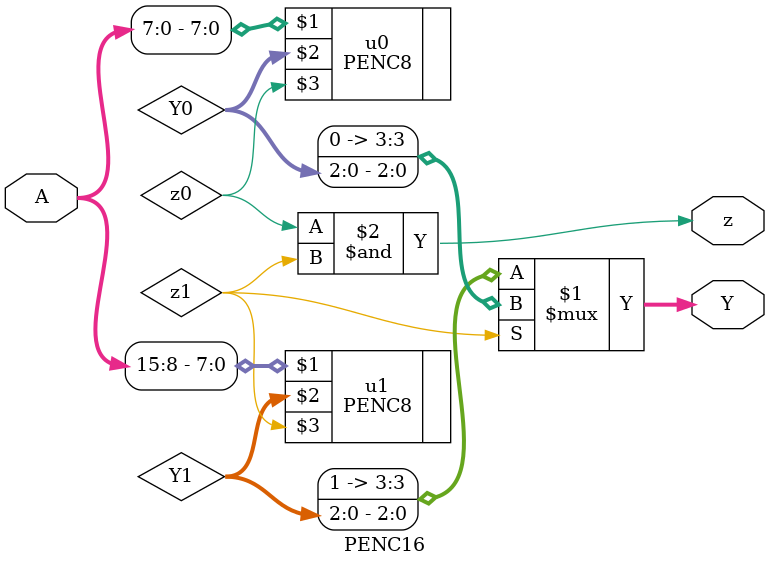
<source format=v>
module PENC16 (A,Y,z);
input[15:0] A;
output[3:0] Y;
output z;
wire [2:0] Y0,Y1;
wire z0,z1;

PENC8 u0(A[7:0],Y0,z0);
PENC8 u1(A[15:8],Y1,z1);
assign Y=z1?{1'b0,Y0}:{1'b1,Y1};
assign z=z0&z1;

endmodule
</source>
